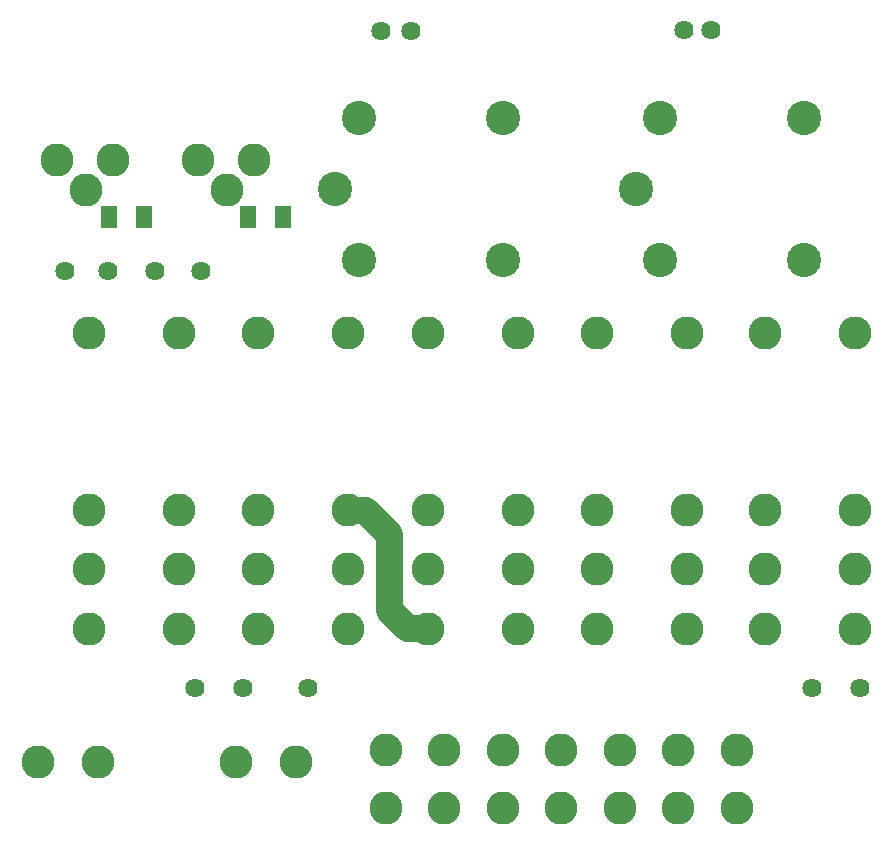
<source format=gts>
G04 Layer: TopSolderMaskLayer*
G04 EasyEDA v6.5.50, 2025-05-27 18:24:41*
G04 5b2fd3c6aefe434ba720ef86c0c68af7,b37a74ae5ac9402f918d5afa9d52dbed,10*
G04 Gerber Generator version 0.2*
G04 Scale: 100 percent, Rotated: No, Reflected: No *
G04 Dimensions in millimeters *
G04 leading zeros omitted , absolute positions ,4 integer and 5 decimal *
%FSLAX45Y45*%
%MOMM*%

%AMMACRO1*4,1,8,-0.6248,-0.9013,-0.6546,-0.8713,-0.6546,0.8716,-0.6248,0.9013,0.6246,0.9013,0.6546,0.8716,0.6546,-0.8713,0.6246,-0.9013,-0.6248,-0.9013,0*%
%ADD10C,2.3016*%
%ADD11MACRO1*%
%ADD12C,2.8956*%
%ADD13C,2.8016*%
%ADD14C,1.6256*%
%ADD15C,0.0111*%

%LPD*%
D10*
X2895600Y3302000D02*
G01*
X3035300Y3302000D01*
X3238500Y3098800D01*
X3238500Y2451100D01*
X3390900Y2298700D01*
X3564000Y2298700D01*
X3568700Y2294001D01*
D11*
G01*
X2344978Y5778487D03*
G01*
X2049221Y5778487D03*
G01*
X1163878Y5778487D03*
G01*
X868121Y5778487D03*
D12*
G01*
X6755206Y5419852D03*
G01*
X5335193Y6019800D03*
G01*
X5535193Y6619798D03*
G01*
X5535193Y5419801D03*
G01*
X6755206Y6619747D03*
G01*
X4202506Y5419852D03*
G01*
X2782493Y6019800D03*
G01*
X2982493Y6619798D03*
G01*
X2982493Y5419801D03*
G01*
X4202506Y6619747D03*
D13*
G01*
X698500Y4800600D03*
G01*
X1460500Y4800600D03*
G01*
X698500Y3302000D03*
G01*
X698500Y2797987D03*
G01*
X698500Y2294001D03*
G01*
X1460500Y2294001D03*
G01*
X1460500Y2797987D03*
G01*
X1460500Y3302000D03*
G01*
X6184900Y774700D03*
G01*
X6184900Y1270000D03*
G01*
X5689600Y774700D03*
G01*
X5689600Y1270000D03*
G01*
X5194300Y774700D03*
G01*
X5194300Y1270000D03*
G01*
X4699000Y774700D03*
G01*
X4699000Y1270000D03*
G01*
X4203700Y774700D03*
G01*
X4203700Y1270000D03*
G01*
X3708400Y1270000D03*
G01*
X3708400Y774700D03*
G01*
X3213100Y774700D03*
G01*
X3213100Y1270000D03*
G01*
X2895600Y3302000D03*
G01*
X2895600Y2797987D03*
G01*
X2895600Y2294001D03*
G01*
X2133600Y2294001D03*
G01*
X2133600Y2797987D03*
G01*
X2133600Y3302000D03*
G01*
X2895600Y4800600D03*
G01*
X2133600Y4800600D03*
G01*
X5003800Y4800600D03*
G01*
X5765800Y4800600D03*
G01*
X5003800Y3302000D03*
G01*
X5003800Y2797987D03*
G01*
X5003800Y2294001D03*
G01*
X5765800Y2294001D03*
G01*
X5765800Y2797987D03*
G01*
X5765800Y3302000D03*
G01*
X4330700Y3302000D03*
G01*
X4330700Y2797987D03*
G01*
X4330700Y2294001D03*
G01*
X3568700Y2294001D03*
G01*
X3568700Y2797987D03*
G01*
X3568700Y3302000D03*
G01*
X4330700Y4800600D03*
G01*
X3568700Y4800600D03*
G01*
X7188200Y3302000D03*
G01*
X7188200Y2797987D03*
G01*
X7188200Y2294001D03*
G01*
X6426200Y2294001D03*
G01*
X6426200Y2797987D03*
G01*
X6426200Y3302000D03*
G01*
X7188200Y4800600D03*
G01*
X6426200Y4800600D03*
G01*
X774700Y1169238D03*
G01*
X266700Y1169365D03*
G01*
X1943100Y1169238D03*
G01*
X2451100Y1168400D03*
D14*
G01*
X1600200Y1790700D03*
G01*
X2006600Y1790700D03*
D13*
G01*
X1625600Y6261100D03*
G01*
X1866900Y6007100D03*
G01*
X2095500Y6261100D03*
G01*
X901700Y6261100D03*
G01*
X673100Y6007100D03*
G01*
X431800Y6261100D03*
D14*
G01*
X6819900Y1790700D03*
G01*
X7226300Y1790700D03*
G01*
X2552700Y1790700D03*
G01*
X495300Y5321300D03*
G01*
X863600Y5321300D03*
G01*
X1257300Y5321300D03*
G01*
X1651000Y5321300D03*
G01*
X3175000Y7353300D03*
G01*
X5740400Y7366000D03*
G01*
X3429000Y7353300D03*
G01*
X5969000Y7366000D03*
M02*

</source>
